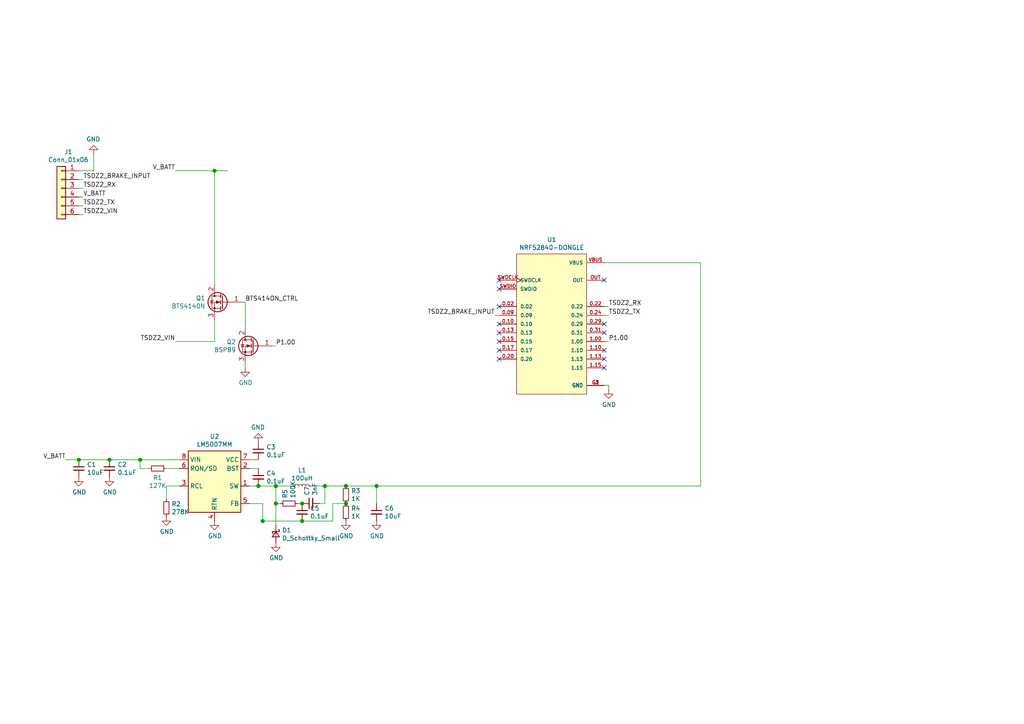
<source format=kicad_sch>
(kicad_sch (version 20210126) (generator eeschema)
  (paper "A4")
  (lib_symbols
    (symbol "Connector_Generic:Conn_01x06" (pin_names (offset 1.016) hide)
      (property "Reference" "J" (at 0 7.62 0))
      (property "Value" "Conn_01x06" (at 0 -10.16 0))
      (symbol "Conn_01x06_1_1"
        (rectangle (start -1.27 -4.953) (end 0 -5.207) (stroke (width 0.1524)))
        (rectangle (start -1.27 -7.493) (end 0 -7.747) (stroke (width 0.1524)))
        (rectangle (start -1.27 -2.413) (end 0 -2.667) (stroke (width 0.1524)))
        (rectangle (start -1.27 2.667) (end 0 2.413) (stroke (width 0.1524)))
        (rectangle (start -1.27 5.207) (end 0 4.953) (stroke (width 0.1524)))
        (rectangle (start -1.27 6.35) (end 1.27 -8.89) (stroke (width 0.254)) (fill (type background)))
        (rectangle (start -1.27 0.127) (end 0 -0.127) (stroke (width 0.1524)))
        (pin passive line (at -5.08 5.08 0) (length 3.81) (name "Pin_1") (number "1"))
        (pin passive line (at -5.08 2.54 0) (length 3.81) (name "Pin_2") (number "2"))
        (pin passive line (at -5.08 0 0) (length 3.81) (name "Pin_3") (number "3"))
        (pin passive line (at -5.08 -2.54 0) (length 3.81) (name "Pin_4") (number "4"))
        (pin passive line (at -5.08 -5.08 0) (length 3.81) (name "Pin_5") (number "5"))
        (pin passive line (at -5.08 -7.62 0) (length 3.81) (name "Pin_6") (number "6"))
      )
    )
    (symbol "Device:C_Small" (pin_numbers hide) (pin_names (offset 0.254) hide)
      (property "Reference" "C" (at 0.254 1.778 0))
      (property "Value" "C_Small" (at 0.254 -2.032 0))
      (symbol "C_Small_0_1"
        (polyline (pts (xy -1.524 -0.508) (xy 1.524 -0.508)) (stroke (width 0.3302)))
        (polyline (pts (xy -1.524 0.508) (xy 1.524 0.508)) (stroke (width 0.3048)))
      )
      (symbol "C_Small_1_1"
        (pin passive line (at 0 2.54 270) (length 2.032) (name "~") (number "1"))
        (pin passive line (at 0 -2.54 90) (length 2.032) (name "~") (number "2"))
      )
    )
    (symbol "Device:D_Schottky_Small" (pin_numbers hide) (pin_names (offset 0.254) hide)
      (property "Reference" "D" (at -1.27 2.032 0))
      (property "Value" "D_Schottky_Small" (at -7.112 -2.032 0))
      (symbol "D_Schottky_Small_0_1"
        (polyline (pts (xy -0.762 0) (xy 0.762 0)))
        (polyline (pts (xy 0.762 -1.016) (xy -0.762 0) (xy 0.762 1.016) (xy 0.762 -1.016)) (stroke (width 0.254)))
        (polyline (pts (xy -1.27 0.762) (xy -1.27 1.016) (xy -0.762 1.016) (xy -0.762 -1.016) (xy -0.254 -1.016) (xy -0.254 -0.762)) (stroke (width 0.254)))
      )
      (symbol "D_Schottky_Small_1_1"
        (pin passive line (at -2.54 0 0) (length 1.778) (name "K") (number "1"))
        (pin passive line (at 2.54 0 180) (length 1.778) (name "A") (number "2"))
      )
    )
    (symbol "Device:L_Small" (pin_numbers hide) (pin_names (offset 0.254) hide)
      (property "Reference" "L" (at 0.762 1.016 0))
      (property "Value" "L_Small" (at 0.762 -1.016 0))
      (symbol "L_Small_0_1"
        (arc (start 0 -2.032) (end 0 -1.016) (radius (at 0 -1.524) (length 0.508) (angles -89.9 89.9)))
        (arc (start 0 -1.016) (end 0 0) (radius (at 0 -0.508) (length 0.508) (angles -89.9 89.9)))
        (arc (start 0 0) (end 0 1.016) (radius (at 0 0.508) (length 0.508) (angles -89.9 89.9)))
        (arc (start 0 1.016) (end 0 2.032) (radius (at 0 1.524) (length 0.508) (angles -89.9 89.9)))
      )
      (symbol "L_Small_1_1"
        (pin passive line (at 0 2.54 270) (length 0.508) (name "~") (number "1"))
        (pin passive line (at 0 -2.54 90) (length 0.508) (name "~") (number "2"))
      )
    )
    (symbol "Device:R_Small" (pin_numbers hide) (pin_names (offset 0.254) hide)
      (property "Reference" "R" (at 0.762 0.508 0))
      (property "Value" "R_Small" (at 0.762 -1.016 0))
      (symbol "R_Small_0_1"
        (rectangle (start -0.762 1.778) (end 0.762 -1.778) (stroke (width 0.2032)))
      )
      (symbol "R_Small_1_1"
        (pin passive line (at 0 2.54 270) (length 0.762) (name "~") (number "1"))
        (pin passive line (at 0 -2.54 90) (length 0.762) (name "~") (number "2"))
      )
    )
    (symbol "NRF52840-DONGLE:NRF52840-DONGLE" (pin_names (offset 1.016))
      (property "Reference" "U" (at -10.16 21.082 0))
      (property "Value" "NRF52840-DONGLE" (at -10.16 -22.86 0))
      (symbol "NRF52840-DONGLE_0_0"
        (rectangle (start -10.16 -20.32) (end 10.16 20.32) (stroke (width 0.1524)) (fill (type background)))
        (pin power_in line (at 15.24 17.78 180) (length 5.08) (name "VBUS") (number "VBUS"))
        (pin power_in line (at 15.24 -17.78 180) (length 5.08) (name "GND") (number "G1"))
        (pin power_in line (at 15.24 -17.78 180) (length 5.08) (name "GND") (number "G2"))
        (pin power_in line (at 15.24 -17.78 180) (length 5.08) (name "GND") (number "G3"))
        (pin bidirectional line (at 15.24 -2.54 180) (length 5.08) (name "0.31") (number "0.31"))
        (pin output line (at 15.24 12.7 180) (length 5.08) (name "OUT") (number "OUT"))
        (pin bidirectional line (at 15.24 0 180) (length 5.08) (name "0.29") (number "0.29"))
        (pin bidirectional line (at -15.24 5.08 0) (length 5.08) (name "0.02") (number "0.02"))
        (pin bidirectional line (at 15.24 -12.7 180) (length 5.08) (name "1.15") (number "1.15"))
        (pin bidirectional line (at 15.24 -7.62 180) (length 5.08) (name "1.10") (number "1.10"))
        (pin bidirectional line (at 15.24 -10.16 180) (length 5.08) (name "1.13") (number "1.13"))
        (pin bidirectional line (at -15.24 -2.54 0) (length 5.08) (name "0.13") (number "0.13"))
        (pin bidirectional line (at -15.24 -5.08 0) (length 5.08) (name "0.15") (number "0.15"))
        (pin bidirectional line (at -15.24 -7.62 0) (length 5.08) (name "0.17") (number "0.17"))
        (pin bidirectional line (at -15.24 -10.16 0) (length 5.08) (name "0.20") (number "0.20"))
        (pin bidirectional line (at 15.24 5.08 180) (length 5.08) (name "0.22") (number "0.22"))
        (pin bidirectional line (at 15.24 2.54 180) (length 5.08) (name "0.24") (number "0.24"))
        (pin bidirectional line (at 15.24 -5.08 180) (length 5.08) (name "1.00") (number "1.00"))
        (pin bidirectional line (at -15.24 2.54 0) (length 5.08) (name "0.09") (number "0.09"))
        (pin bidirectional line (at -15.24 0 0) (length 5.08) (name "0.10") (number "0.10"))
        (pin bidirectional line (at -15.24 10.16 0) (length 5.08) (name "SWDIO") (number "SWDIO"))
        (pin input clock (at -15.24 12.7 0) (length 5.08) (name "SWDCLK") (number "SWDCLK"))
      )
    )
    (symbol "Regulator_Switching:LM5007MM"
      (property "Reference" "U" (at -7.62 8.89 0))
      (property "Value" "LM5007MM" (at 0 8.89 0))
      (symbol "LM5007MM_0_1"
        (rectangle (start -7.62 7.62) (end 7.62 -10.16) (stroke (width 0.254)) (fill (type background)))
      )
      (symbol "LM5007MM_1_1"
        (pin output line (at 10.16 -2.54 180) (length 2.54) (name "SW") (number "1"))
        (pin input line (at 10.16 2.54 180) (length 2.54) (name "BST") (number "2"))
        (pin input line (at -10.16 -2.54 0) (length 2.54) (name "RCL") (number "3"))
        (pin power_in line (at 0 -12.7 90) (length 2.54) (name "RTN") (number "4"))
        (pin input line (at 10.16 -7.62 180) (length 2.54) (name "FB") (number "5"))
        (pin input line (at -10.16 2.54 0) (length 2.54) (name "RON/SD") (number "6"))
        (pin output line (at 10.16 5.08 180) (length 2.54) (name "VCC") (number "7"))
        (pin power_in line (at -10.16 5.08 0) (length 2.54) (name "VIN") (number "8"))
      )
    )
    (symbol "Transistor_FET:BSP89" (pin_names hide)
      (property "Reference" "Q" (at 5.08 1.905 0))
      (property "Value" "BSP89" (at 5.08 0 0))
      (symbol "BSP89_0_1"
        (circle (center 1.651 0) (radius 2.794) (stroke (width 0.254)))
        (circle (center 2.54 -1.778) (radius 0.254) (fill (type outline)))
        (circle (center 2.54 1.778) (radius 0.254) (fill (type outline)))
        (polyline (pts (xy 0.254 0) (xy -2.54 0)))
        (polyline (pts (xy 0.254 1.905) (xy 0.254 -1.905)) (stroke (width 0.254)))
        (polyline (pts (xy 0.762 -1.27) (xy 0.762 -2.286)) (stroke (width 0.254)))
        (polyline (pts (xy 0.762 0.508) (xy 0.762 -0.508)) (stroke (width 0.254)))
        (polyline (pts (xy 0.762 2.286) (xy 0.762 1.27)) (stroke (width 0.254)))
        (polyline (pts (xy 2.54 2.54) (xy 2.54 1.778)))
        (polyline (pts (xy 2.54 -2.54) (xy 2.54 0) (xy 0.762 0)))
        (polyline (pts (xy 0.762 -1.778) (xy 3.302 -1.778) (xy 3.302 1.778) (xy 0.762 1.778)))
        (polyline (pts (xy 1.016 0) (xy 2.032 0.381) (xy 2.032 -0.381) (xy 1.016 0)) (fill (type outline)))
        (polyline (pts (xy 2.794 0.508) (xy 2.921 0.381) (xy 3.683 0.381) (xy 3.81 0.254)))
        (polyline (pts (xy 3.302 0.381) (xy 2.921 -0.254) (xy 3.683 -0.254) (xy 3.302 0.381)))
      )
      (symbol "BSP89_1_1"
        (pin input line (at -5.08 0 0) (length 2.54) (name "G") (number "1"))
        (pin passive line (at 2.54 5.08 270) (length 2.54) (name "D") (number "2"))
        (pin passive line (at 2.54 -5.08 90) (length 2.54) (name "S") (number "3"))
      )
    )
    (symbol "power:GND" (power) (pin_names (offset 0))
      (property "Value" "GND" (at 0 -3.81 0))
      (symbol "GND_0_1"
        (polyline (pts (xy 0 0) (xy 0 -1.27) (xy 1.27 -1.27) (xy 0 -2.54) (xy -1.27 -1.27) (xy 0 -1.27)))
      )
      (symbol "GND_1_1"
        (pin power_in line (at 0 0 270) (length 0) hide (name "GND") (number "1"))
      )
    )
  )
  (junction (at 22.86 133.35) (diameter 1.016))
  (junction (at 31.75 133.35) (diameter 1.016))
  (junction (at 40.64 133.35) (diameter 1.016))
  (junction (at 62.23 49.53) (diameter 1.016))
  (junction (at 74.93 140.97) (diameter 1.016))
  (junction (at 76.2 151.13) (diameter 1.016))
  (junction (at 80.01 140.97) (diameter 1.016))
  (junction (at 80.01 146.05) (diameter 1.016))
  (junction (at 87.63 146.05) (diameter 1.016))
  (junction (at 87.63 151.13) (diameter 1.016))
  (junction (at 94.234 140.97) (diameter 1.016))
  (junction (at 100.33 140.97) (diameter 1.016))
  (junction (at 100.33 146.05) (diameter 1.016))
  (junction (at 109.22 140.97) (diameter 1.016))
  (no_connect (at 144.78 81.28))
  (no_connect (at 144.78 83.82))
  (no_connect (at 144.78 88.9))
  (no_connect (at 144.78 93.98))
  (no_connect (at 144.78 96.52))
  (no_connect (at 144.78 99.06))
  (no_connect (at 144.78 101.6))
  (no_connect (at 144.78 104.14))
  (no_connect (at 175.26 81.28))
  (no_connect (at 175.26 93.98))
  (no_connect (at 175.26 96.52))
  (no_connect (at 175.26 101.6))
  (no_connect (at 175.26 104.14))
  (no_connect (at 175.26 106.68))
  (wire (pts (xy 19.05 133.35) (xy 22.86 133.35)))
  (wire (pts (xy 22.86 49.53) (xy 27.178 49.53)))
  (wire (pts (xy 22.86 52.07) (xy 24.13 52.07)))
  (wire (pts (xy 22.86 54.61) (xy 24.13 54.61)))
  (wire (pts (xy 22.86 57.15) (xy 24.13 57.15)))
  (wire (pts (xy 22.86 59.69) (xy 24.13 59.69)))
  (wire (pts (xy 22.86 62.23) (xy 24.13 62.23)))
  (wire (pts (xy 22.86 133.35) (xy 31.75 133.35)))
  (wire (pts (xy 27.178 44.704) (xy 27.178 49.53)))
  (wire (pts (xy 31.75 133.35) (xy 40.64 133.35)))
  (wire (pts (xy 40.64 133.35) (xy 52.07 133.35)))
  (wire (pts (xy 40.64 135.89) (xy 40.64 133.35)))
  (wire (pts (xy 43.18 135.89) (xy 40.64 135.89)))
  (wire (pts (xy 48.26 135.89) (xy 52.07 135.89)))
  (wire (pts (xy 48.26 140.97) (xy 48.26 144.78)))
  (wire (pts (xy 50.8 49.53) (xy 62.23 49.53)))
  (wire (pts (xy 50.8 99.06) (xy 62.23 99.06)))
  (wire (pts (xy 52.07 140.97) (xy 48.26 140.97)))
  (wire (pts (xy 62.23 49.53) (xy 62.23 82.55)))
  (wire (pts (xy 62.23 49.53) (xy 66.04 49.53)) (stroke (width 0.152)))
  (wire (pts (xy 62.23 92.71) (xy 62.23 99.06)))
  (wire (pts (xy 69.85 87.63) (xy 71.12 87.63)))
  (wire (pts (xy 71.12 87.63) (xy 71.12 95.25)))
  (wire (pts (xy 71.12 105.41) (xy 71.12 106.68)))
  (wire (pts (xy 72.39 133.35) (xy 74.93 133.35)))
  (wire (pts (xy 72.39 135.89) (xy 74.93 135.89)))
  (wire (pts (xy 72.39 140.97) (xy 74.93 140.97)))
  (wire (pts (xy 72.39 146.05) (xy 76.2 146.05)))
  (wire (pts (xy 76.2 146.05) (xy 76.2 151.13)))
  (wire (pts (xy 76.2 151.13) (xy 87.63 151.13)))
  (wire (pts (xy 78.74 100.33) (xy 80.01 100.33)))
  (wire (pts (xy 80.01 140.97) (xy 74.93 140.97)))
  (wire (pts (xy 80.01 140.97) (xy 80.01 146.05)))
  (wire (pts (xy 80.01 140.97) (xy 85.09 140.97)))
  (wire (pts (xy 80.01 146.05) (xy 80.01 152.4)))
  (wire (pts (xy 81.28 146.05) (xy 80.01 146.05)))
  (wire (pts (xy 86.36 146.05) (xy 87.63 146.05)))
  (wire (pts (xy 87.63 151.13) (xy 96.52 151.13)))
  (wire (pts (xy 90.17 140.97) (xy 94.234 140.97)))
  (wire (pts (xy 92.71 146.05) (xy 94.234 146.05)))
  (wire (pts (xy 94.234 140.97) (xy 94.234 140.97)))
  (wire (pts (xy 94.234 140.97) (xy 100.33 140.97)))
  (wire (pts (xy 94.234 146.05) (xy 94.234 140.97)))
  (wire (pts (xy 96.52 146.05) (xy 100.33 146.05)))
  (wire (pts (xy 96.52 151.13) (xy 96.52 146.05)))
  (wire (pts (xy 100.33 140.97) (xy 109.22 140.97)))
  (wire (pts (xy 109.22 140.97) (xy 109.22 146.05)))
  (wire (pts (xy 109.22 140.97) (xy 203.2 140.97)))
  (wire (pts (xy 143.51 91.44) (xy 144.78 91.44)))
  (wire (pts (xy 175.26 76.2) (xy 203.2 76.2)))
  (wire (pts (xy 175.26 88.9) (xy 176.53 88.9)))
  (wire (pts (xy 175.26 91.44) (xy 176.53 91.44)))
  (wire (pts (xy 175.26 99.06) (xy 176.53 99.06)))
  (wire (pts (xy 175.26 111.76) (xy 176.53 111.76)))
  (wire (pts (xy 176.53 111.76) (xy 176.53 113.03)))
  (wire (pts (xy 203.2 76.2) (xy 203.2 140.97)))
  (label "V_BATT" (at 19.05 133.35 180))
  (label "TSDZ2_BRAKE_INPUT" (at 24.13 52.07 0))
  (label "TSDZ2_RX" (at 24.13 54.61 0))
  (label "V_BATT" (at 24.13 57.15 0))
  (label "TSDZ2_TX" (at 24.13 59.69 0))
  (label "TSDZ2_VIN" (at 24.13 62.23 0))
  (label "V_BATT" (at 50.8 49.53 180))
  (label "TSDZ2_VIN" (at 50.8 99.06 180))
  (label "BTS414ON_CTRL" (at 71.12 87.63 0))
  (label "P1.00" (at 80.01 100.33 0))
  (label "TSDZ2_BRAKE_INPUT" (at 143.51 91.44 180))
  (label "TSDZ2_RX" (at 176.53 88.9 0))
  (label "TSDZ2_TX" (at 176.53 91.44 0))
  (label "P1.00" (at 176.53 99.06 0))
  (symbol (lib_id "Device:L_Small") (at 87.63 140.97 90) (unit 1)
    (property "Reference" "L1" (at 87.63 136.3788 90))
    (property "Value" "100uH" (at 87.63 138.678 90))
    (property "Footprint" "Inductor_SMD:L_TracoPower_TCK-047_5.2x5.8mm" (effects hide))
    (property "Datasheet" "https://datasheet.lcsc.com/szlcsc/2006101532_Yanchuang-SCCD54-101KT_C532878.pdf" (effects hide))
    (property "LCSC" " C532878" (effects hide))
  )
  (symbol (lib_id "power:GND") (at 22.86 138.43 0) (unit 1)
    (property "Reference" "#PWR02" (effects hide))
    (property "Value" "GND" (at 22.9743 142.7544 0))
  )
  (symbol (lib_id "power:GND") (at 27.178 44.704 180) (unit 1)
    (property "Reference" "#PWR0102" (effects hide))
    (property "Value" "GND" (at 27.0637 40.3796 0))
  )
  (symbol (lib_id "power:GND") (at 31.75 138.43 0) (unit 1)
    (property "Reference" "#PWR04" (effects hide))
    (property "Value" "GND" (at 31.8643 142.7544 0))
  )
  (symbol (lib_id "power:GND") (at 48.26 149.86 0) (unit 1)
    (property "Reference" "#PWR05" (effects hide))
    (property "Value" "GND" (at 48.3743 154.1844 0))
  )
  (symbol (lib_id "power:GND") (at 62.23 151.13 0) (unit 1)
    (property "Reference" "#PWR06" (effects hide))
    (property "Value" "GND" (at 62.3443 155.4544 0))
  )
  (symbol (lib_id "power:GND") (at 71.12 106.68 0) (unit 1)
    (property "Reference" "#PWR01" (effects hide))
    (property "Value" "GND" (at 71.2343 111.0044 0))
  )
  (symbol (lib_id "power:GND") (at 74.93 128.27 180) (unit 1)
    (property "Reference" "#PWR07" (effects hide))
    (property "Value" "GND" (at 74.8157 123.9456 0))
  )
  (symbol (lib_id "power:GND") (at 80.01 157.48 0) (unit 1)
    (property "Reference" "#PWR0101" (effects hide))
    (property "Value" "GND" (at 80.1243 161.8044 0))
  )
  (symbol (lib_id "power:GND") (at 100.33 151.13 0) (unit 1)
    (property "Reference" "#PWR08" (effects hide))
    (property "Value" "GND" (at 100.4443 155.4544 0))
  )
  (symbol (lib_id "power:GND") (at 109.22 151.13 0) (unit 1)
    (property "Reference" "#PWR09" (effects hide))
    (property "Value" "GND" (at 109.3343 155.4544 0))
  )
  (symbol (lib_id "power:GND") (at 176.53 113.03 0) (unit 1)
    (property "Reference" "#PWR03" (effects hide))
    (property "Value" "GND" (at 176.6443 117.3544 0))
  )
  (symbol (lib_id "Device:R_Small") (at 45.72 135.89 90) (unit 1)
    (property "Reference" "R1" (at 45.72 138.5632 90))
    (property "Value" "127K" (at 45.72 140.862 90))
    (property "Footprint" "Resistor_SMD:R_0402_1005Metric" (effects hide))
  )
  (symbol (lib_id "Device:R_Small") (at 48.26 147.32 0) (unit 1)
    (property "Reference" "R2" (at 49.7587 146.1706 0) (effects (justify left)))
    (property "Value" "278K" (at 49.759 148.469 0) (effects (justify left)))
    (property "Footprint" "Resistor_SMD:R_0402_1005Metric" (effects hide))
  )
  (symbol (lib_id "Device:R_Small") (at 83.82 146.05 90) (unit 1)
    (property "Reference" "R5" (at 82.6706 144.5513 0) (effects (justify left)))
    (property "Value" "100K" (at 84.969 144.551 0) (effects (justify left)))
    (property "Footprint" "Resistor_SMD:R_0402_1005Metric" (effects hide))
  )
  (symbol (lib_id "Device:R_Small") (at 100.33 143.51 0) (unit 1)
    (property "Reference" "R3" (at 101.8287 142.3606 0) (effects (justify left)))
    (property "Value" "1K" (at 101.829 144.659 0) (effects (justify left)))
    (property "Footprint" "Resistor_SMD:R_0402_1005Metric" (effects hide))
  )
  (symbol (lib_id "Device:R_Small") (at 100.33 148.59 0) (unit 1)
    (property "Reference" "R4" (at 101.8287 147.4406 0) (effects (justify left)))
    (property "Value" "1K" (at 101.829 149.739 0) (effects (justify left)))
    (property "Footprint" "Resistor_SMD:R_0402_1005Metric" (effects hide))
  )
  (symbol (lib_id "Device:D_Schottky_Small") (at 80.01 154.94 270) (unit 1)
    (property "Reference" "D1" (at 81.7881 153.7906 90) (effects (justify left)))
    (property "Value" "D_Schottky_Small" (at 81.7881 156.0893 90) (effects (justify left)))
    (property "Footprint" "Diode_SMD:D_SOD-123F" (effects hide))
  )
  (symbol (lib_id "Device:C_Small") (at 22.86 135.89 0) (unit 1)
    (property "Reference" "C1" (at 25.1842 134.7406 0) (effects (justify left)))
    (property "Value" "10uF" (at 25.184 137.039 0) (effects (justify left)))
    (property "Footprint" "Capacitor_SMD:C_1210_3225Metric" (effects hide))
  )
  (symbol (lib_id "Device:C_Small") (at 31.75 135.89 0) (unit 1)
    (property "Reference" "C2" (at 34.0742 134.7406 0) (effects (justify left)))
    (property "Value" "0.1uF" (at 34.074 137.039 0) (effects (justify left)))
    (property "Footprint" "Capacitor_SMD:C_0402_1005Metric" (effects hide))
  )
  (symbol (lib_id "Device:C_Small") (at 74.93 130.81 0) (unit 1)
    (property "Reference" "C3" (at 77.2542 129.6606 0) (effects (justify left)))
    (property "Value" "0.1uF" (at 77.254 131.959 0) (effects (justify left)))
    (property "Footprint" "Capacitor_SMD:C_0402_1005Metric" (effects hide))
  )
  (symbol (lib_id "Device:C_Small") (at 74.93 138.43 0) (unit 1)
    (property "Reference" "C4" (at 77.2542 137.2806 0) (effects (justify left)))
    (property "Value" "0.1uF" (at 77.254 139.579 0) (effects (justify left)))
    (property "Footprint" "Capacitor_SMD:C_0402_1005Metric" (effects hide))
  )
  (symbol (lib_id "Device:C_Small") (at 87.63 148.59 0) (unit 1)
    (property "Reference" "C5" (at 89.9542 147.4406 0) (effects (justify left)))
    (property "Value" "0.1uF" (at 89.954 149.739 0) (effects (justify left)))
    (property "Footprint" "Capacitor_SMD:C_0402_1005Metric" (effects hide))
  )
  (symbol (lib_id "Device:C_Small") (at 90.17 146.05 90) (unit 1)
    (property "Reference" "C7" (at 89.0206 143.7258 0) (effects (justify left)))
    (property "Value" "3nF" (at 91.319 143.726 0) (effects (justify left)))
    (property "Footprint" "Capacitor_SMD:C_0402_1005Metric" (effects hide))
  )
  (symbol (lib_id "Device:C_Small") (at 109.22 148.59 0) (unit 1)
    (property "Reference" "C6" (at 111.5442 147.4406 0) (effects (justify left)))
    (property "Value" "10uF" (at 111.544 149.739 0) (effects (justify left)))
    (property "Footprint" "Capacitor_SMD:C_0805_2012Metric" (effects hide))
  )
  (symbol (lib_id "Connector_Generic:Conn_01x06") (at 17.78 54.61 0) (mirror y) (unit 1)
    (property "Reference" "J1" (at 19.812 44.0498 0))
    (property "Value" "Conn_01x06" (at 19.812 46.3485 0))
    (property "Footprint" "Connector_JST:JST_XH_S6B-XH-A_1x06_P2.50mm_Horizontal" (effects hide))
  )
  (symbol (lib_id "Transistor_FET:BSP89") (at 64.77 87.63 0) (mirror y) (unit 1)
    (property "Reference" "Q1" (at 59.5629 86.4806 0) (effects (justify left)))
    (property "Value" "BTS4140N " (at 59.563 88.779 0) (effects (justify left)))
    (property "Footprint" "Package_TO_SOT_SMD:SOT-223-3_TabPin2" (effects hide))
    (property "Datasheet" "https://www.infineon.com/dgdl/Infineon-BSP89-DS-v02_02-en.pdf?fileId=db3a30433b47825b013b4b8a07f90d55" (effects hide))
  )
  (symbol (lib_id "Transistor_FET:BSP89") (at 73.66 100.33 0) (mirror y) (unit 1)
    (property "Reference" "Q2" (at 68.4529 99.1806 0) (effects (justify left)))
    (property "Value" "BSP89" (at 68.4529 101.4793 0) (effects (justify left)))
    (property "Footprint" "Package_TO_SOT_SMD:SOT-223-3_TabPin2" (effects hide))
    (property "Datasheet" "https://www.infineon.com/dgdl/Infineon-BSP89-DS-v02_02-en.pdf?fileId=db3a30433b47825b013b4b8a07f90d55" (effects hide))
  )
  (symbol (lib_id "Regulator_Switching:LM5007MM") (at 62.23 138.43 0) (unit 1)
    (property "Reference" "U2" (at 62.23 126.5998 0))
    (property "Value" "LM5007MM" (at 62.23 128.8985 0))
    (property "Footprint" "Package_SO:MSOP-8_3x3mm_P0.65mm" (effects hide))
    (property "Datasheet" "http://www.ti.com/lit/ds/symlink/lm5007.pdf" (effects hide))
    (property "JLCPCB" "C23920" (effects hide))
  )
  (symbol (lib_id "NRF52840-DONGLE:NRF52840-DONGLE") (at 160.02 93.98 0) (unit 1)
    (property "Reference" "U1" (at 160.02 69.5006 0))
    (property "Value" "NRF52840-DONGLE" (at 160.02 71.7993 0))
    (property "Footprint" "stanislao_nrf-backups:MODULE_NRF52840-DONGLE" (effects hide))
    (property "STANDARD" "Manufacturer Recommendations" (effects hide))
    (property "PARTREV" "1.1" (effects hide))
    (property "MANUFACTURER" "Nordic semiconductor" (effects hide))
    (property "MAXIMUM_PACKAGE_HEIGHT" "N/A" (effects hide))
  )
)
</source>
